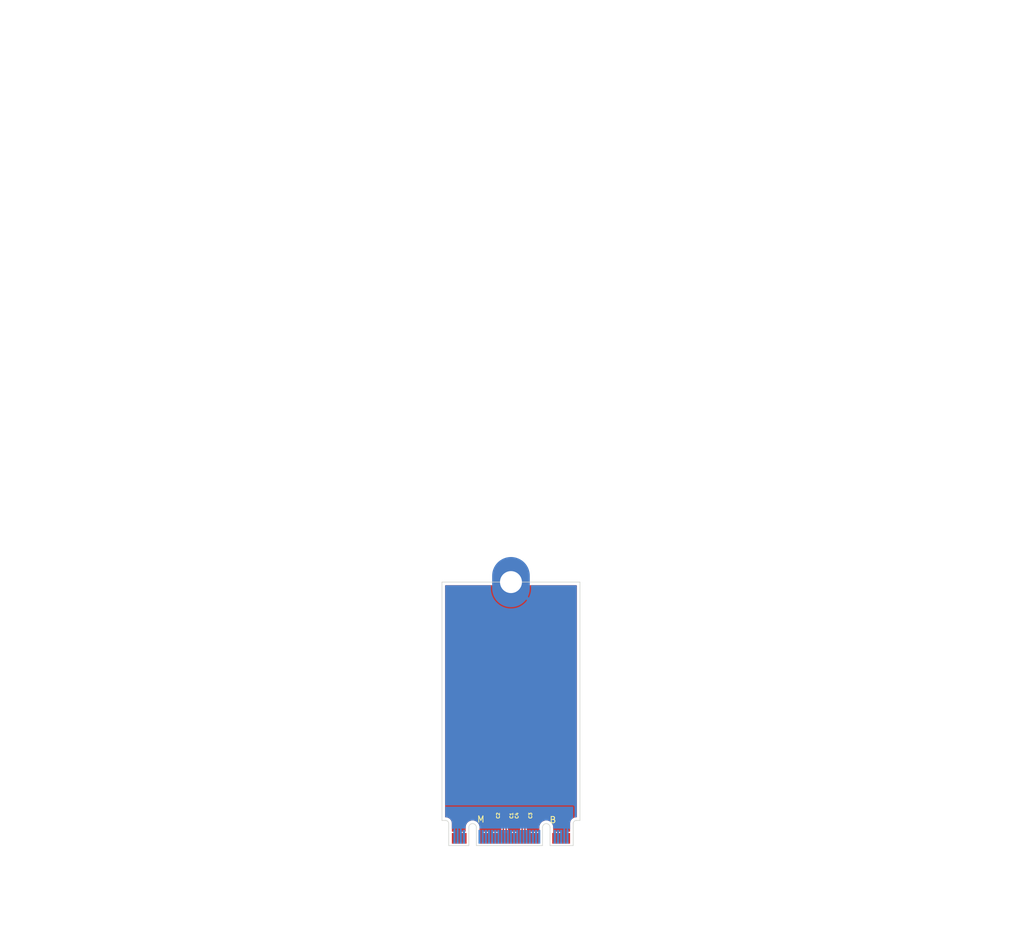
<source format=kicad_pcb>
(kicad_pcb (version 20241229) (generator "pcbnew") (generator_version "9.0")
  (layers (0 "F.Cu" signal) (2 "B.Cu" signal) (13 "F.Paste" user) (15 "B.Paste" user) (5 "F.SilkS" user "F.Silkscreen") (7 "B.SilkS" user "B.Silkscreen") (1 "F.Mask" user) (3 "B.Mask" user) (25 "Edge.Cuts" user))
  (net 0 "")
  (net 1 "/M.2 B+M Key/PET1P")
  (net 2 "/M.2 B+M Key/PET1N")
  (net 3 "/M.2 B+M Key/PET0P")
  (net 4 "/M.2 B+M Key/PET0N")
  (net 5 "/PET0+")
  (net 6 "GND")
  (net 7 "/PET0-")
  (net 8 "/PET1+")
  (net 9 "/CONFIG_3")
  (net 10 "+3.3V")
  (net 11 "/FULL_CARD_PWR_OFF#")
  (net 12 "/USB_D+")
  (net 13 "/W_DISABLE1#")
  (net 14 "/USB_D-")
  (net 15 "/GPIO_9{slash}LED#1")
  (net 16 "/GPIO_5")
  (net 17 "/CONFIG_0")
  (net 18 "/GPIO_6")
  (net 19 "/DPR")
  (net 20 "/GPIO_7")
  (net 21 "/GPIO_11")
  (net 22 "/GPIO_10")
  (net 23 "/GPIO_8")
  (net 24 "/UIM-RESET")
  (net 25 "/UIM-CLK")
  (net 26 "/UIM-DATA")
  (net 27 "/PER1-")
  (net 28 "/UIM-PWR")
  (net 29 "/PER1+")
  (net 30 "/DEVSLP")
  (net 31 "/GPIO_0")
  (net 32 "/GPIO_1")
  (net 33 "/GPIO_2")
  (net 34 "/GPIO_3")
  (net 35 "/PER0-")
  (net 36 "/GPIO_4")
  (net 37 "/PER0+")
  (net 38 "/PERST#")
  (net 39 "/CLKREQ#")
  (net 40 "/REFCLK-")
  (net 41 "/PEWAKE#")
  (net 42 "/REFCLK+")
  (net 45 "/RESET#")
  (net 46 "/SUSCLK")
  (net 47 "/CONFIG_1")
  (net 48 "/CONFIG_2")
  (net 49 "/PET1-")
  (footprint "Athena KiCAd library:M.2 Mounting Pad" (layer "F.Cu") (at 108.51 117.59)
    (property "Reference" "H1")
    (property "Value" "MountingHole_Pad")
    (pad "1" thru_hole circle (at 0 0) (size 5.5 5.5) (drill 3.5) (property pad_prop_castellated) (layers "*.Cu" "*.Mask") (net 6 "GND") (padstack (mode front_inner_back) (layer "Inner" (shape circle) (size 5.5 5.5)) (layer "B.Cu" (shape oval) (size 6 8))))
  )
  (footprint "Capacitor_SMD:C_0201_0603Metric" (layer "F.Cu") (at 110.86 154.82 90)
    (property "Reference" "C3" (at 0 0.75 90) (layer "F.SilkS") (effects (font (size 0.5 0.5))))
    (property "Value" "220nF")
    (pad "1" smd roundrect (at -0.32 0 90) (size 0.46 0.4) (layers "F.Cu" "F.Mask") (net 2 "/M.2 B+M Key/PET1N"))
    (pad "2" smd roundrect (at 0.32 0 90) (size 0.46 0.4) (layers "F.Cu" "F.Mask") (net 49 "/PET1-"))
  )
  (footprint "Capacitor_SMD:C_0201_0603Metric" (layer "F.Cu") (at 110.16 154.82 90)
    (property "Reference" "C4" (at 0 -0.71 90) (layer "F.SilkS") (effects (font (size 0.5 0.5))))
    (property "Value" "220nF")
    (pad "1" smd roundrect (at -0.32 0 90) (size 0.46 0.4) (layers "F.Cu" "F.Mask") (net 1 "/M.2 B+M Key/PET1P"))
    (pad "2" smd roundrect (at 0.32 0 90) (size 0.46 0.4) (layers "F.Cu" "F.Mask") (net 8 "/PET1+"))
  )
  (footprint "PCIexpress:M.2 B+M Key Connector" (layer "F.Cu") (at 108.51 158.48)
    (property "Reference" "J1")
    (property "Value" "~")
    (fp_line (start -11 -2.89) (end -10.425 -2.89) (stroke (width 0.1)) (layer "Edge.Cuts") (net 1))
    (fp_line (start -9.925 -2.39) (end -9.925 1.11) (stroke (width 0.1)) (layer "Edge.Cuts") (net 1))
    (fp_line (start -6.72 -1.79) (end -6.72 1.11) (stroke (width 0.1)) (layer "Edge.Cuts") (net 1))
    (fp_line (start -6.72 1.11) (end -9.925 1.11) (stroke (width 0.1)) (layer "Edge.Cuts") (net 1))
    (fp_line (start -5.52 -1.79) (end -5.52 1.11) (stroke (width 0.1)) (layer "Edge.Cuts") (net 1))
    (fp_line (start -5.52 1.11) (end 5.03 1.11) (stroke (width 0.1)) (layer "Edge.Cuts") (net 1))
    (fp_line (start 5.03 -1.79) (end 5.03 1.11) (stroke (width 0.1)) (layer "Edge.Cuts") (net 1))
    (fp_line (start 6.23 -1.79) (end 6.23 1.11) (stroke (width 0.1)) (layer "Edge.Cuts") (net 1))
    (fp_line (start 6.23 1.11) (end 9.925 1.11) (stroke (width 0.1)) (layer "Edge.Cuts") (net 1))
    (fp_line (start 9.925 -2.39) (end 9.925 1.11) (stroke (width 0.1)) (layer "Edge.Cuts") (net 1))
    (fp_line (start 10.425 -2.89) (end 11 -2.89) (stroke (width 0.1)) (layer "Edge.Cuts") (net 1))
    (fp_arc (start -10.425 -2.89) (mid -10.071447 -2.743553) (end -9.925 -2.39) (stroke (width 0.1)) (layer "Edge.Cuts") (net 1))
    (fp_arc (start -6.72 -1.79) (mid -6.12 -2.39) (end -5.52 -1.79) (stroke (width 0.1)) (layer "Edge.Cuts") (net 1))
    (fp_arc (start 5.03 -1.79) (mid 5.63 -2.39) (end 6.23 -1.79) (stroke (width 0.1)) (layer "Edge.Cuts") (net 1))
    (fp_arc (start 9.925 -2.39) (mid 10.071447 -2.743553) (end 10.425 -2.89) (stroke (width 0.1)) (layer "Edge.Cuts") (net 1))
    (fp_text user "M" (at -5.475 -2.49 0) (layer "F.SilkS") (effects (justify left bottom)))
    (fp_text user "B" (at 6.085 -2.395 0) (layer "F.SilkS") (effects (justify left bottom)))
    (pad "1" smd rect (at 9.25 -0.04 180) (size 0.35 1.7) (layers "F.Cu") (net 9 "/CONFIG_3"))
    (pad "2" smd rect (at 9 -0.29 180) (size 0.35 2.2) (layers "B.Cu") (net 10 "+3.3V"))
    (pad "3" smd rect (at 8.75 -0.04 180) (size 0.35 1.7) (layers "F.Cu") (net 6 "GND"))
    (pad "4" smd rect (at 8.5 -0.29 180) (size 0.35 2.2) (layers "B.Cu") (net 10 "+3.3V"))
    (pad "5" smd rect (at 8.25 -0.04 180) (size 0.35 1.7) (layers "F.Cu") (net 6 "GND"))
    (pad "6" smd rect (at 8 -0.29 180) (size 0.35 2.2) (layers "B.Cu") (net 11 "/FULL_CARD_PWR_OFF#"))
    (pad "7" smd rect (at 7.75 -0.04 180) (size 0.35 1.7) (layers "F.Cu") (net 12 "/USB_D+"))
    (pad "8" smd rect (at 7.5 -0.29 180) (size 0.35 2.2) (layers "B.Cu") (net 13 "/W_DISABLE1#"))
    (pad "9" smd rect (at 7.25 -0.04 180) (size 0.35 1.7) (layers "F.Cu") (net 14 "/USB_D-"))
    (pad "10" smd rect (at 7 -0.29 180) (size 0.35 2.2) (layers "B.Cu") (net 15 "/GPIO_9{slash}LED#1"))
    (pad "11" smd rect (at 6.75 -0.04 180) (size 0.35 1.7) (layers "F.Cu") (net 6 "GND"))
    (pad "20" smd rect (at 4.5 -0.29 180) (size 0.35 2.2) (layers "B.Cu") (net 16 "/GPIO_5"))
    (pad "21" smd rect (at 4.25 -0.04 180) (size 0.35 1.7) (layers "F.Cu") (net 17 "/CONFIG_0"))
    (pad "22" smd rect (at 4 -0.29 180) (size 0.35 2.2) (layers "B.Cu") (net 18 "/GPIO_6"))
    (pad "23" smd rect (at 3.75 -0.04 180) (size 0.35 1.7) (layers "F.Cu") (net 19 "/DPR"))
    (pad "24" smd rect (at 3.5 -0.29 180) (size 0.35 2.2) (layers "B.Cu") (net 20 "/GPIO_7"))
    (pad "25" smd rect (at 3.25 -0.04 180) (size 0.35 1.7) (layers "F.Cu") (net 21 "/GPIO_11"))
    (pad "26" smd rect (at 3 -0.29 180) (size 0.35 2.2) (layers "B.Cu") (net 22 "/GPIO_10"))
    (pad "27" smd rect (at 2.75 -0.04 180) (size 0.35 1.7) (layers "F.Cu") (net 6 "GND"))
    (pad "28" smd rect (at 2.5 -0.29 180) (size 0.35 2.2) (layers "B.Cu") (net 23 "/GPIO_8"))
    (pad "29" smd rect (at 2.25 -0.04 180) (size 0.35 1.7) (layers "F.Cu") (net 2 "/M.2 B+M Key/PET1N"))
    (pad "30" smd rect (at 2 -0.29 180) (size 0.35 2.2) (layers "B.Cu") (net 24 "/UIM-RESET"))
    (pad "31" smd rect (at 1.75 -0.04 180) (size 0.35 1.7) (layers "F.Cu") (net 1 "/M.2 B+M Key/PET1P"))
    (pad "32" smd rect (at 1.5 -0.29 180) (size 0.35 2.2) (layers "B.Cu") (net 25 "/UIM-CLK"))
    (pad "33" smd rect (at 1.25 -0.04 180) (size 0.35 1.7) (layers "F.Cu") (net 6 "GND"))
    (pad "34" smd rect (at 1 -0.29 180) (size 0.35 2.2) (layers "B.Cu") (net 26 "/UIM-DATA"))
    (pad "35" smd rect (at 0.75 -0.04 180) (size 0.35 1.7) (layers "F.Cu") (net 27 "/PER1-"))
    (pad "36" smd rect (at 0.5 -0.29 180) (size 0.35 2.2) (layers "B.Cu") (net 28 "/UIM-PWR"))
    (pad "37" smd rect (at 0.25 -0.04 180) (size 0.35 1.7) (layers "F.Cu") (net 29 "/PER1+"))
    (pad "38" smd rect (at 0 -0.29 180) (size 0.35 2.2) (layers "B.Cu") (net 30 "/DEVSLP"))
    (pad "39" smd rect (at -0.25 -0.04 180) (size 0.35 1.7) (layers "F.Cu") (net 6 "GND"))
    (pad "40" smd rect (at -0.5 -0.29 180) (size 0.35 2.2) (layers "B.Cu") (net 31 "/GPIO_0"))
    (pad "41" smd rect (at -0.75 -0.04 180) (size 0.35 1.7) (layers "F.Cu") (net 4 "/M.2 B+M Key/PET0N"))
    (pad "42" smd rect (at -1 -0.29 180) (size 0.35 2.2) (layers "B.Cu") (net 32 "/GPIO_1"))
    (pad "43" smd rect (at -1.25 -0.04 180) (size 0.35 1.7) (layers "F.Cu") (net 3 "/M.2 B+M Key/PET0P"))
    (pad "44" smd rect (at -1.5 -0.29 180) (size 0.35 2.2) (layers "B.Cu") (net 33 "/GPIO_2"))
    (pad "45" smd rect (at -1.75 -0.04 180) (size 0.35 1.7) (layers "F.Cu") (net 6 "GND"))
    (pad "46" smd rect (at -2 -0.29 180) (size 0.35 2.2) (layers "B.Cu") (net 34 "/GPIO_3"))
    (pad "47" smd rect (at -2.25 -0.04 180) (size 0.35 1.7) (layers "F.Cu") (net 35 "/PER0-"))
    (pad "48" smd rect (at -2.5 -0.29 180) (size 0.35 2.2) (layers "B.Cu") (net 36 "/GPIO_4"))
    (pad "49" smd rect (at -2.75 -0.04 180) (size 0.35 1.7) (layers "F.Cu") (net 37 "/PER0+"))
    (pad "50" smd rect (at -3 -0.29 180) (size 0.35 2.2) (layers "B.Cu") (net 38 "/PERST#"))
    (pad "51" smd rect (at -3.25 -0.04 180) (size 0.35 1.7) (layers "F.Cu") (net 6 "GND"))
    (pad "52" smd rect (at -3.5 -0.29 180) (size 0.35 2.2) (layers "B.Cu") (net 39 "/CLKREQ#"))
    (pad "53" smd rect (at -3.75 -0.04 180) (size 0.35 1.7) (layers "F.Cu") (net 40 "/REFCLK-"))
    (pad "54" smd rect (at -4 -0.29 180) (size 0.35 2.2) (layers "B.Cu") (net 41 "/PEWAKE#"))
    (pad "55" smd rect (at -4.25 -0.04 180) (size 0.35 1.7) (layers "F.Cu") (net 42 "/REFCLK+"))
    (pad "56" smd rect (at -4.5 -0.29 180) (size 0.35 2.2) (layers "B.Cu"))
    (pad "57" smd rect (at -4.75 -0.04 180) (size 0.35 1.7) (layers "F.Cu") (net 6 "GND"))
    (pad "58" smd rect (at -5 -0.29 180) (size 0.35 2.2) (layers "B.Cu"))
    (pad "67" smd rect (at -7.25 -0.04 180) (size 0.35 1.7) (layers "F.Cu") (net 45 "/RESET#"))
    (pad "68" smd rect (at -7.5 -0.29 180) (size 0.35 2.2) (layers "B.Cu") (net 46 "/SUSCLK"))
    (pad "69" smd rect (at -7.75 -0.04 180) (size 0.35 1.7) (layers "F.Cu") (net 47 "/CONFIG_1"))
    (pad "70" smd rect (at -8 -0.29 180) (size 0.35 2.2) (layers "B.Cu") (net 10 "+3.3V"))
    (pad "71" smd rect (at -8.25 -0.04 180) (size 0.35 1.7) (layers "F.Cu") (net 6 "GND"))
    (pad "72" smd rect (at -8.5 -0.29 180) (size 0.35 2.2) (layers "B.Cu") (net 10 "+3.3V"))
    (pad "73" smd rect (at -8.75 -0.04 180) (size 0.35 1.7) (layers "F.Cu") (net 6 "GND"))
    (pad "74" smd rect (at -9 -0.29 180) (size 0.35 2.2) (layers "B.Cu") (net 10 "+3.3V"))
    (pad "75" smd rect (at -9.25 -0.04 180) (size 0.35 1.7) (layers "F.Cu") (net 48 "/CONFIG_2"))
  )
  (footprint "Capacitor_SMD:C_0201_0603Metric" (layer "F.Cu") (at 107.86 154.82 90)
    (property "Reference" "C1" (at 0 0.73 90) (layer "F.SilkS") (effects (font (size 0.5 0.5))))
    (property "Value" "220nF")
    (pad "1" smd roundrect (at -0.32 0 90) (size 0.46 0.4) (layers "F.Cu" "F.Mask") (net 4 "/M.2 B+M Key/PET0N"))
    (pad "2" smd roundrect (at 0.32 0 90) (size 0.46 0.4) (layers "F.Cu" "F.Mask") (net 7 "/PET0-"))
  )
  (footprint "Capacitor_SMD:C_0201_0603Metric" (layer "F.Cu") (at 107.16 154.82 90)
    (property "Reference" "C2" (at 0 -0.7 90) (layer "F.SilkS") (effects (font (size 0.5 0.5))))
    (property "Value" "220nF")
    (pad "1" smd roundrect (at -0.32 0 90) (size 0.46 0.4) (layers "F.Cu" "F.Mask") (net 3 "/M.2 B+M Key/PET0P"))
    (pad "2" smd roundrect (at 0.32 0 90) (size 0.46 0.4) (layers "F.Cu" "F.Mask") (net 5 "/PET0+"))
  )
  (gr_line (start 97.51 117.59) (end 97.51 155.59) (stroke (width 0.1)) (layer "Edge.Cuts"))
  (gr_line (start 119.51 117.59) (end 97.51 117.59) (stroke (width 0.1)) (layer "Edge.Cuts"))
  (gr_line (start 119.51 155.59) (end 119.51 117.59) (stroke (width 0.1)) (layer "Edge.Cuts"))
  (segment (start 110.285 155.610001) (end 110.16 155.485001) (width 0.2) (layer "F.Cu") (net 1))
  (segment (start 110.26 157.164999) (end 110.285 157.139999) (width 0.2) (layer "F.Cu") (net 1))
  (segment (start 110.285 157.139999) (end 110.285 155.610001) (width 0.2) (layer "F.Cu") (net 1))
  (segment (start 110.16 155.485001) (end 110.16 155.14) (width 0.2) (layer "F.Cu") (net 1))
  (segment (start 110.26 158.44) (end 110.26 157.164999) (width 0.2) (layer "F.Cu") (net 1))
  (segment (start 110.76 157.164999) (end 110.735 157.139999) (width 0.2) (layer "F.Cu") (net 2))
  (segment (start 110.735 157.139999) (end 110.735 155.610001) (width 0.2) (layer "F.Cu") (net 2))
  (segment (start 110.86 155.485001) (end 110.86 155.14) (width 0.2) (layer "F.Cu") (net 2))
  (segment (start 110.735 155.610001) (end 110.86 155.485001) (width 0.2) (layer "F.Cu") (net 2))
  (segment (start 110.76 158.44) (end 110.76 157.164999) (width 0.2) (layer "F.Cu") (net 2))
  (segment (start 107.285 157.139999) (end 107.285 155.610001) (width 0.2) (layer "F.Cu") (net 3))
  (segment (start 107.26 157.164999) (end 107.285 157.139999) (width 0.2) (layer "F.Cu") (net 3))
  (segment (start 107.285 155.610001) (end 107.16 155.485001) (width 0.2) (layer "F.Cu") (net 3))
  (segment (start 107.16 155.485001) (end 107.16 155.14) (width 0.2) (layer "F.Cu") (net 3))
  (segment (start 107.26 158.44) (end 107.26 157.164999) (width 0.2) (layer "F.Cu") (net 3))
  (segment (start 107.76 157.164999) (end 107.735 157.139999) (width 0.2) (layer "F.Cu") (net 4))
  (segment (start 107.86 155.485001) (end 107.86 155.14) (width 0.2) (layer "F.Cu") (net 4))
  (segment (start 107.735 155.610001) (end 107.86 155.485001) (width 0.2) (layer "F.Cu") (net 4))
  (segment (start 107.76 158.44) (end 107.76 157.164999) (width 0.2) (layer "F.Cu") (net 4))
  (segment (start 107.735 157.139999) (end 107.735 155.610001) (width 0.2) (layer "F.Cu") (net 4))
  (zone (net 6) (net_name "GND") (layers "F.Cu" "B.Cu") (connect_pads (clearance 0.2)) (min_thickness 0.15) (fill yes (thermal_gap 0.2) (thermal_bridge_width 0.5))
    (polygon (pts (xy 123.51 157.98) (xy 123.51 49.59) (xy 93.51 49.59) (xy 93.51 157.98)))
  )
  (zone (net 10) (net_name "+3.3V") (layer "B.Cu") (priority 1) (connect_pads (clearance 0.2)) (min_thickness 0.1) (fill yes (thermal_gap 0.2) (thermal_bridge_width 0.25))
    (polygon (pts (xy 118.43 157.77) (xy 118.43 153.405) (xy 118.415 153.39) (xy 97.96 153.39) (xy 97.96 158.02) (xy 118.18 158.02)))
  )
)
</source>
